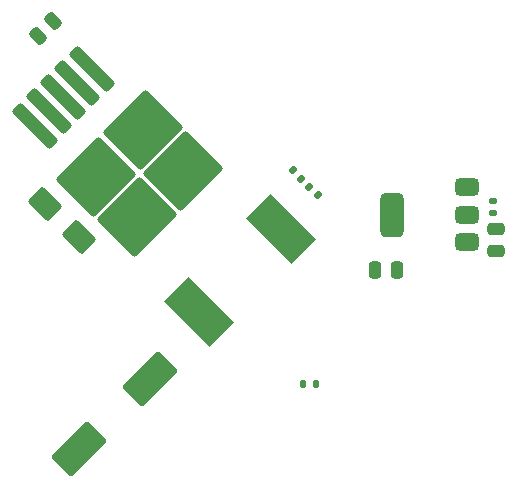
<source format=gbr>
%TF.GenerationSoftware,KiCad,Pcbnew,8.0.1*%
%TF.CreationDate,2024-09-30T12:45:28-07:00*%
%TF.ProjectId,rocketBeaconModule,726f636b-6574-4426-9561-636f6e4d6f64,rev?*%
%TF.SameCoordinates,Original*%
%TF.FileFunction,Paste,Bot*%
%TF.FilePolarity,Positive*%
%FSLAX46Y46*%
G04 Gerber Fmt 4.6, Leading zero omitted, Abs format (unit mm)*
G04 Created by KiCad (PCBNEW 8.0.1) date 2024-09-30 12:45:28*
%MOMM*%
%LPD*%
G01*
G04 APERTURE LIST*
G04 Aperture macros list*
%AMRoundRect*
0 Rectangle with rounded corners*
0 $1 Rounding radius*
0 $2 $3 $4 $5 $6 $7 $8 $9 X,Y pos of 4 corners*
0 Add a 4 corners polygon primitive as box body*
4,1,4,$2,$3,$4,$5,$6,$7,$8,$9,$2,$3,0*
0 Add four circle primitives for the rounded corners*
1,1,$1+$1,$2,$3*
1,1,$1+$1,$4,$5*
1,1,$1+$1,$6,$7*
1,1,$1+$1,$8,$9*
0 Add four rect primitives between the rounded corners*
20,1,$1+$1,$2,$3,$4,$5,0*
20,1,$1+$1,$4,$5,$6,$7,0*
20,1,$1+$1,$6,$7,$8,$9,0*
20,1,$1+$1,$8,$9,$2,$3,0*%
%AMRotRect*
0 Rectangle, with rotation*
0 The origin of the aperture is its center*
0 $1 length*
0 $2 width*
0 $3 Rotation angle, in degrees counterclockwise*
0 Add horizontal line*
21,1,$1,$2,0,0,$3*%
G04 Aperture macros list end*
%ADD10RotRect,2.900000X5.400000X225.000000*%
%ADD11RoundRect,0.250000X-0.475000X0.250000X-0.475000X-0.250000X0.475000X-0.250000X0.475000X0.250000X0*%
%ADD12RoundRect,0.250000X-1.166726X0.247487X0.247487X-1.166726X1.166726X-0.247487X-0.247487X1.166726X0*%
%ADD13RoundRect,0.135000X-0.226274X-0.035355X-0.035355X-0.226274X0.226274X0.035355X0.035355X0.226274X0*%
%ADD14RoundRect,0.250000X-0.159099X0.512652X-0.512652X0.159099X0.159099X-0.512652X0.512652X-0.159099X0*%
%ADD15RoundRect,0.375000X0.625000X0.375000X-0.625000X0.375000X-0.625000X-0.375000X0.625000X-0.375000X0*%
%ADD16RoundRect,0.500000X0.500000X1.400000X-0.500000X1.400000X-0.500000X-1.400000X0.500000X-1.400000X0*%
%ADD17RoundRect,0.135000X0.185000X-0.135000X0.185000X0.135000X-0.185000X0.135000X-0.185000X-0.135000X0*%
%ADD18RoundRect,0.135000X0.135000X0.185000X-0.135000X0.185000X-0.135000X-0.185000X0.135000X-0.185000X0*%
%ADD19RoundRect,0.250000X-1.661701X1.237437X1.237437X-1.661701X1.661701X-1.237437X-1.237437X1.661701X0*%
%ADD20RoundRect,0.250000X-3.111270X-0.247487X-0.247487X-3.111270X3.111270X0.247487X0.247487X3.111270X0*%
%ADD21RoundRect,0.250000X-0.671751X-2.085965X2.085965X0.671751X0.671751X2.085965X-2.085965X-0.671751X0*%
%ADD22RoundRect,0.250000X0.250000X0.475000X-0.250000X0.475000X-0.250000X-0.475000X0.250000X-0.475000X0*%
G04 APERTURE END LIST*
D10*
%TO.C,L8*%
X80919379Y-117810221D03*
X73919021Y-124810579D03*
%TD*%
D11*
%TO.C,C48*%
X99060000Y-117795001D03*
X99060000Y-119694999D03*
%TD*%
D12*
%TO.C,D6*%
X60942786Y-115679786D03*
X63771214Y-118508214D03*
%TD*%
D13*
%TO.C,R17*%
X83306976Y-114244176D03*
X84028224Y-114965424D03*
%TD*%
D14*
%TO.C,C45*%
X61631751Y-100166249D03*
X60288249Y-101509751D03*
%TD*%
D13*
%TO.C,R16*%
X81884576Y-112821776D03*
X82605824Y-113543024D03*
%TD*%
D15*
%TO.C,U6*%
X96622000Y-114286000D03*
X96621999Y-116586000D03*
D16*
X90322001Y-116586000D03*
D15*
X96622000Y-118886000D03*
%TD*%
D17*
%TO.C,R18*%
X98806000Y-116460999D03*
X98806000Y-115441001D03*
%TD*%
D18*
%TO.C,R1*%
X83822000Y-130937000D03*
X82802000Y-130937000D03*
%TD*%
D19*
%TO.C,U5*%
X60060295Y-109064621D03*
X61262377Y-107862540D03*
X62464458Y-106660458D03*
D20*
X69181973Y-109453530D03*
X65257530Y-113377973D03*
X72611440Y-112882998D03*
X68686998Y-116807440D03*
D19*
X63666540Y-105458377D03*
X64868621Y-104256295D03*
%TD*%
D21*
%TO.C,C46*%
X63831966Y-136421635D03*
X69771662Y-130481939D03*
%TD*%
D22*
%TO.C,C47*%
X90739000Y-121285000D03*
X88839000Y-121285000D03*
%TD*%
M02*

</source>
